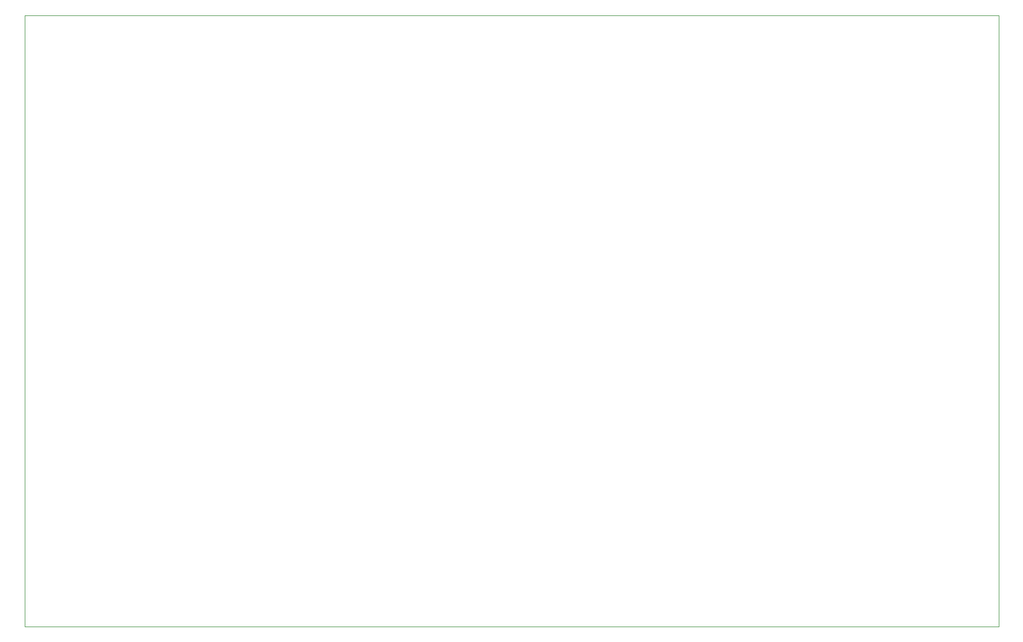
<source format=gbr>
%TF.GenerationSoftware,KiCad,Pcbnew,5.1.10*%
%TF.CreationDate,2021-12-30T14:02:32+01:00*%
%TF.ProjectId,modules_board,6d6f6475-6c65-4735-9f62-6f6172642e6b,rev?*%
%TF.SameCoordinates,Original*%
%TF.FileFunction,Profile,NP*%
%FSLAX46Y46*%
G04 Gerber Fmt 4.6, Leading zero omitted, Abs format (unit mm)*
G04 Created by KiCad (PCBNEW 5.1.10) date 2021-12-30 14:02:32*
%MOMM*%
%LPD*%
G01*
G04 APERTURE LIST*
%TA.AperFunction,Profile*%
%ADD10C,0.050000*%
%TD*%
G04 APERTURE END LIST*
D10*
X58420000Y-43180000D02*
X208280000Y-43180000D01*
X208280000Y-137160000D02*
X58420000Y-137160000D01*
X208280000Y-43180000D02*
X208280000Y-137160000D01*
X58420000Y-43180000D02*
X58420000Y-137160000D01*
M02*

</source>
